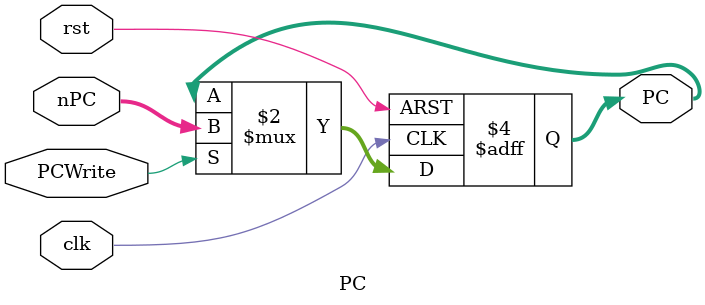
<source format=v>
module PC (rst,clk,PCWrite,nPC,PC);
    
    input         rst;
    input         clk;
    input         PCWrite;
    input [31:0]  nPC;
    output [31:0] PC;
    
    reg [31:0]    PC;
    
    always@(posedge clk or posedge rst )
       if(rst)
          PC <= 'h00003000;
       else if(PCWrite)
          PC <= nPC;
        
endmodule
</source>
